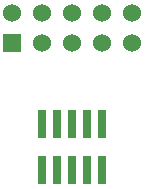
<source format=gts>
G04 #@! TF.FileFunction,Soldermask,Top*
%FSLAX46Y46*%
G04 Gerber Fmt 4.6, Leading zero omitted, Abs format (unit mm)*
G04 Created by KiCad (PCBNEW 4.0.1-stable) date Sunday, April 24, 2016 'PMt' 05:46:04 PM*
%MOMM*%
G01*
G04 APERTURE LIST*
%ADD10C,0.100000*%
%ADD11R,0.760000X2.400000*%
%ADD12R,1.524000X1.524000*%
%ADD13C,1.524000*%
G04 APERTURE END LIST*
D10*
D11*
X166400000Y-93050000D03*
X166400000Y-96950000D03*
X165130000Y-93050000D03*
X165130000Y-96950000D03*
X161320000Y-96950000D03*
X161320000Y-93050000D03*
X162590000Y-96950000D03*
X162590000Y-93050000D03*
X163860000Y-96950000D03*
X163860000Y-93050000D03*
D12*
X158830000Y-86200000D03*
D13*
X158830000Y-83660000D03*
X161370000Y-86200000D03*
X161370000Y-83660000D03*
X163910000Y-86200000D03*
X163910000Y-83660000D03*
X166450000Y-86200000D03*
X166450000Y-83660000D03*
X168990000Y-86200000D03*
X168990000Y-83660000D03*
M02*

</source>
